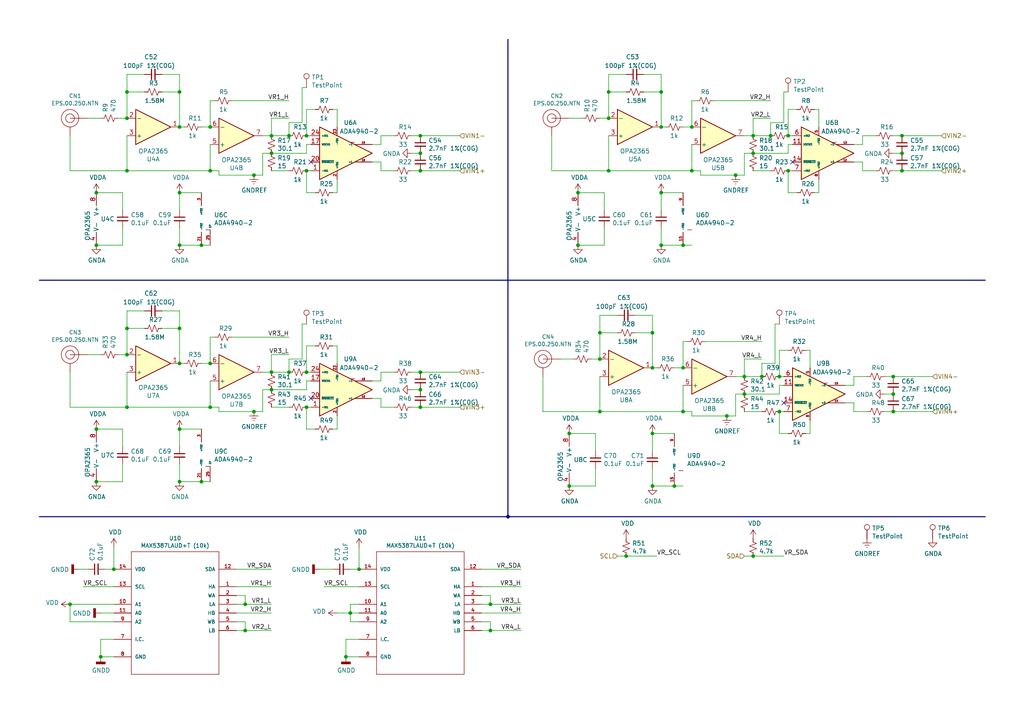
<source format=kicad_sch>
(kicad_sch (version 20211123) (generator eeschema)
  (paper "A4")
  (title_block (title "Hydrophone Frontend") (date "2019-Dec-10") (rev "3.0.1") (company "Zeabus AUV Team") (comment 1 "Faculty of Engineering, Kasetsart University") (comment 2 "by Akrapong Patchararungruang"))
  (junction (at 60.96 49.53))
  (junction (at 142.24 182.88))
  (junction (at 78.74 44.45))
  (junction (at 71.12 175.26))
  (junction (at 210.82 120.65))
  (junction (at 228.6 49.53))
  (junction (at 189.23 106.68))
  (junction (at 147.32 149.86))
  (junction (at 261.62 49.53))
  (junction (at 121.92 49.53))
  (junction (at 27.94 139.7))
  (junction (at 195.58 140.97))
  (junction (at 60.96 118.11))
  (junction (at 27.94 55.88))
  (junction (at 78.74 113.03))
  (junction (at 36.83 49.53))
  (junction (at 60.96 36.83))
  (junction (at 218.44 161.29))
  (junction (at 142.24 175.26))
  (junction (at 36.83 34.29))
  (junction (at 121.92 113.03))
  (junction (at 83.82 107.95))
  (junction (at 52.07 71.12))
  (junction (at 33.02 165.1))
  (junction (at 173.99 96.52))
  (junction (at 173.99 119.38))
  (junction (at 101.6 177.8))
  (junction (at 73.66 119.38))
  (junction (at 215.9 114.3))
  (junction (at 165.1 125.73))
  (junction (at 198.12 71.12))
  (junction (at 27.94 71.12))
  (junction (at 36.83 118.11))
  (junction (at 29.21 190.5))
  (junction (at 36.83 95.25))
  (junction (at 78.74 39.37))
  (junction (at 226.06 119.38))
  (junction (at 259.08 119.38))
  (junction (at 215.9 109.22))
  (junction (at 58.42 71.12))
  (junction (at 121.92 44.45))
  (junction (at 200.66 49.53))
  (junction (at 189.23 96.52))
  (junction (at 220.98 109.22))
  (junction (at 121.92 118.11))
  (junction (at 213.36 50.8))
  (junction (at 176.53 49.53))
  (junction (at 52.07 139.7))
  (junction (at 52.07 105.41))
  (junction (at 88.9 49.53))
  (junction (at 200.66 36.83))
  (junction (at 167.64 71.12))
  (junction (at 191.77 36.83))
  (junction (at 71.12 182.88))
  (junction (at 191.77 26.67))
  (junction (at 52.07 55.88))
  (junction (at 100.33 190.5))
  (junction (at 27.94 124.46))
  (junction (at 191.77 71.12))
  (junction (at 83.82 39.37))
  (junction (at 165.1 140.97))
  (junction (at 181.61 161.29))
  (junction (at 198.12 119.38))
  (junction (at 226.06 109.22))
  (junction (at 198.12 106.68))
  (junction (at 36.83 102.87))
  (junction (at 191.77 55.88))
  (junction (at 259.08 109.22))
  (junction (at 261.62 39.37))
  (junction (at 121.92 107.95))
  (junction (at 223.52 39.37))
  (junction (at 36.83 26.67))
  (junction (at 88.9 118.11))
  (junction (at 167.64 55.88))
  (junction (at 104.14 165.1))
  (junction (at 52.07 124.46))
  (junction (at 189.23 125.73))
  (junction (at 52.07 36.83))
  (junction (at 121.92 39.37))
  (junction (at 52.07 95.25))
  (junction (at 261.62 44.45))
  (junction (at 259.08 114.3))
  (junction (at 218.44 44.45))
  (junction (at 60.96 105.41))
  (junction (at 173.99 104.14))
  (junction (at 218.44 39.37))
  (junction (at 73.66 50.8))
  (junction (at 20.32 175.26))
  (junction (at 88.9 39.37))
  (junction (at 176.53 34.29))
  (junction (at 52.07 26.67))
  (junction (at 228.6 39.37))
  (junction (at 176.53 26.67))
  (junction (at 58.42 139.7))
  (junction (at 189.23 140.97))
  (junction (at 78.74 107.95))
  (junction (at 88.9 107.95))
  (no_connect (at 227.33 116.84))
  (no_connect (at 229.87 46.99))
  (no_connect (at 90.17 46.99))
  (no_connect (at 90.17 115.57))
  (wire (pts (xy 29.21 185.42) (xy 33.02 185.42)))
  (wire (pts (xy 191.77 36.83) (xy 193.04 36.83)))
  (wire (pts (xy 213.36 114.3) (xy 213.36 120.65)))
  (wire (pts (xy 63.5 118.11) (xy 63.5 119.38)))
  (wire (pts (xy 71.12 175.26) (xy 78.74 175.26)))
  (wire (pts (xy 172.72 125.73) (xy 165.1 125.73)))
  (wire (pts (xy 52.07 129.54) (xy 52.07 124.46)))
  (wire (pts (xy 110.49 39.37) (xy 114.3 39.37)))
  (bus (pts (xy 11.43 149.86) (xy 147.32 149.86)))
  (wire (pts (xy 121.92 113.03) (xy 119.38 113.03)))
  (wire (pts (xy 104.14 170.18) (xy 93.98 170.18)))
  (wire (pts (xy 179.07 96.52) (xy 173.99 96.52)))
  (wire (pts (xy 228.6 55.88) (xy 231.14 55.88)))
  (wire (pts (xy 198.12 119.38) (xy 200.66 119.38)))
  (wire (pts (xy 142.24 182.88) (xy 151.13 182.88)))
  (wire (pts (xy 198.12 140.97) (xy 195.58 140.97)))
  (wire (pts (xy 165.1 140.97) (xy 172.72 140.97)))
  (wire (pts (xy 157.48 109.22) (xy 157.48 119.38)))
  (wire (pts (xy 35.56 124.46) (xy 35.56 129.54)))
  (wire (pts (xy 229.87 41.91) (xy 228.6 41.91)))
  (wire (pts (xy 88.9 113.03) (xy 78.74 113.03)))
  (wire (pts (xy 133.35 118.11) (xy 121.92 118.11)))
  (wire (pts (xy 173.99 34.29) (xy 176.53 34.29)))
  (wire (pts (xy 27.94 139.7) (xy 35.56 139.7)))
  (wire (pts (xy 52.07 55.88) (xy 58.42 55.88)))
  (wire (pts (xy 20.32 107.95) (xy 20.32 118.11)))
  (wire (pts (xy 250.19 41.91) (xy 250.19 39.37)))
  (wire (pts (xy 36.83 95.25) (xy 36.83 90.17)))
  (wire (pts (xy 259.08 39.37) (xy 261.62 39.37)))
  (wire (pts (xy 220.98 109.22) (xy 215.9 109.22)))
  (wire (pts (xy 100.33 190.5) (xy 104.14 190.5)))
  (wire (pts (xy 36.83 39.37) (xy 36.83 49.53)))
  (wire (pts (xy 218.44 39.37) (xy 215.9 39.37)))
  (wire (pts (xy 101.6 177.8) (xy 101.6 180.34)))
  (wire (pts (xy 60.96 71.12) (xy 58.42 71.12)))
  (wire (pts (xy 139.7 182.88) (xy 142.24 182.88)))
  (wire (pts (xy 90.17 41.91) (xy 88.9 41.91)))
  (wire (pts (xy 78.74 44.45) (xy 76.2 44.45)))
  (wire (pts (xy 173.99 91.44) (xy 179.07 91.44)))
  (wire (pts (xy 104.14 158.75) (xy 104.14 165.1)))
  (wire (pts (xy 88.9 107.95) (xy 90.17 107.95)))
  (wire (pts (xy 223.52 35.56) (xy 227.33 35.56)))
  (wire (pts (xy 139.7 175.26) (xy 142.24 175.26)))
  (wire (pts (xy 52.07 36.83) (xy 53.34 36.83)))
  (wire (pts (xy 96.52 124.46) (xy 97.79 124.46)))
  (wire (pts (xy 78.74 107.95) (xy 78.74 102.87)))
  (wire (pts (xy 101.6 180.34) (xy 104.14 180.34)))
  (wire (pts (xy 139.7 170.18) (xy 151.13 170.18)))
  (wire (pts (xy 97.79 124.46) (xy 97.79 120.65)))
  (wire (pts (xy 33.02 175.26) (xy 20.32 175.26)))
  (wire (pts (xy 189.23 96.52) (xy 189.23 91.44)))
  (wire (pts (xy 234.95 101.6) (xy 233.68 101.6)))
  (wire (pts (xy 228.6 49.53) (xy 228.6 55.88)))
  (wire (pts (xy 35.56 139.7) (xy 35.56 134.62)))
  (wire (pts (xy 36.83 107.95) (xy 36.83 118.11)))
  (wire (pts (xy 220.98 119.38) (xy 215.9 119.38)))
  (wire (pts (xy 189.23 135.89) (xy 189.23 140.97)))
  (wire (pts (xy 33.02 180.34) (xy 20.32 180.34)))
  (wire (pts (xy 71.12 180.34) (xy 71.12 182.88)))
  (wire (pts (xy 63.5 49.53) (xy 63.5 50.8)))
  (wire (pts (xy 259.08 114.3) (xy 256.54 114.3)))
  (wire (pts (xy 227.33 111.76) (xy 226.06 111.76)))
  (wire (pts (xy 68.58 175.26) (xy 71.12 175.26)))
  (wire (pts (xy 189.23 91.44) (xy 184.15 91.44)))
  (wire (pts (xy 228.6 31.75) (xy 231.14 31.75)))
  (wire (pts (xy 110.49 41.91) (xy 110.49 39.37)))
  (wire (pts (xy 224.79 105.41) (xy 224.79 93.98)))
  (wire (pts (xy 20.32 49.53) (xy 36.83 49.53)))
  (wire (pts (xy 176.53 39.37) (xy 176.53 49.53)))
  (wire (pts (xy 76.2 50.8) (xy 73.66 50.8)))
  (wire (pts (xy 63.5 50.8) (xy 73.66 50.8)))
  (wire (pts (xy 88.9 39.37) (xy 88.9 31.75)))
  (wire (pts (xy 189.23 130.81) (xy 189.23 125.73)))
  (wire (pts (xy 186.69 26.67) (xy 191.77 26.67)))
  (wire (pts (xy 87.63 93.98) (xy 88.9 93.98)))
  (wire (pts (xy 215.9 109.22) (xy 215.9 104.14)))
  (wire (pts (xy 71.12 172.72) (xy 71.12 175.26)))
  (wire (pts (xy 223.52 39.37) (xy 218.44 39.37)))
  (wire (pts (xy 68.58 180.34) (xy 71.12 180.34)))
  (wire (pts (xy 200.66 49.53) (xy 203.2 49.53)))
  (wire (pts (xy 46.99 26.67) (xy 52.07 26.67)))
  (wire (pts (xy 52.07 105.41) (xy 53.34 105.41)))
  (wire (pts (xy 176.53 49.53) (xy 200.66 49.53)))
  (wire (pts (xy 33.02 165.1) (xy 30.48 165.1)))
  (wire (pts (xy 189.23 96.52) (xy 189.23 106.68)))
  (wire (pts (xy 227.33 35.56) (xy 227.33 26.67)))
  (wire (pts (xy 88.9 55.88) (xy 91.44 55.88)))
  (wire (pts (xy 256.54 119.38) (xy 259.08 119.38)))
  (wire (pts (xy 29.21 190.5) (xy 29.21 185.42)))
  (wire (pts (xy 20.32 39.37) (xy 20.32 49.53)))
  (wire (pts (xy 52.07 139.7) (xy 58.42 139.7)))
  (wire (pts (xy 237.49 31.75) (xy 236.22 31.75)))
  (wire (pts (xy 198.12 36.83) (xy 200.66 36.83)))
  (wire (pts (xy 60.96 118.11) (xy 63.5 118.11)))
  (wire (pts (xy 121.92 39.37) (xy 133.35 39.37)))
  (wire (pts (xy 25.4 165.1) (xy 22.86 165.1)))
  (wire (pts (xy 251.46 119.38) (xy 247.65 119.38)))
  (wire (pts (xy 36.83 21.59) (xy 41.91 21.59)))
  (wire (pts (xy 220.98 105.41) (xy 224.79 105.41)))
  (wire (pts (xy 184.15 96.52) (xy 189.23 96.52)))
  (wire (pts (xy 41.91 95.25) (xy 36.83 95.25)))
  (wire (pts (xy 218.44 39.37) (xy 218.44 34.29)))
  (wire (pts (xy 247.65 41.91) (xy 250.19 41.91)))
  (wire (pts (xy 60.96 29.21) (xy 62.23 29.21)))
  (wire (pts (xy 52.07 95.25) (xy 52.07 90.17)))
  (wire (pts (xy 229.87 49.53) (xy 228.6 49.53)))
  (wire (pts (xy 224.79 93.98) (xy 226.06 93.98)))
  (wire (pts (xy 254 49.53) (xy 250.19 49.53)))
  (wire (pts (xy 60.96 105.41) (xy 60.96 97.79)))
  (wire (pts (xy 119.38 107.95) (xy 121.92 107.95)))
  (wire (pts (xy 121.92 107.95) (xy 133.35 107.95)))
  (wire (pts (xy 36.83 90.17) (xy 41.91 90.17)))
  (wire (pts (xy 88.9 49.53) (xy 88.9 55.88)))
  (wire (pts (xy 97.79 177.8) (xy 101.6 177.8)))
  (wire (pts (xy 191.77 26.67) (xy 191.77 21.59)))
  (wire (pts (xy 78.74 102.87) (xy 83.82 102.87)))
  (wire (pts (xy 60.96 110.49) (xy 60.96 118.11)))
  (wire (pts (xy 270.51 119.38) (xy 259.08 119.38)))
  (wire (pts (xy 20.32 180.34) (xy 20.32 175.26)))
  (wire (pts (xy 68.58 177.8) (xy 78.74 177.8)))
  (wire (pts (xy 226.06 125.73) (xy 228.6 125.73)))
  (wire (pts (xy 114.3 118.11) (xy 110.49 118.11)))
  (wire (pts (xy 96.52 55.88) (xy 97.79 55.88)))
  (wire (pts (xy 29.21 34.29) (xy 25.4 34.29)))
  (wire (pts (xy 58.42 36.83) (xy 60.96 36.83)))
  (wire (pts (xy 107.95 110.49) (xy 110.49 110.49)))
  (wire (pts (xy 191.77 55.88) (xy 198.12 55.88)))
  (wire (pts (xy 207.01 29.21) (xy 223.52 29.21)))
  (wire (pts (xy 237.49 55.88) (xy 237.49 52.07)))
  (wire (pts (xy 83.82 39.37) (xy 78.74 39.37)))
  (wire (pts (xy 58.42 105.41) (xy 60.96 105.41)))
  (wire (pts (xy 110.49 46.99) (xy 107.95 46.99)))
  (wire (pts (xy 215.9 104.14) (xy 220.98 104.14)))
  (wire (pts (xy 104.14 165.1) (xy 101.6 165.1)))
  (wire (pts (xy 97.79 105.41) (xy 97.79 100.33)))
  (wire (pts (xy 88.9 31.75) (xy 91.44 31.75)))
  (wire (pts (xy 110.49 49.53) (xy 110.49 46.99)))
  (wire (pts (xy 198.12 99.06) (xy 199.39 99.06)))
  (wire (pts (xy 250.19 46.99) (xy 247.65 46.99)))
  (wire (pts (xy 139.7 180.34) (xy 142.24 180.34)))
  (wire (pts (xy 247.65 116.84) (xy 245.11 116.84)))
  (wire (pts (xy 88.9 124.46) (xy 91.44 124.46)))
  (wire (pts (xy 175.26 55.88) (xy 175.26 60.96)))
  (wire (pts (xy 133.35 49.53) (xy 121.92 49.53)))
  (wire (pts (xy 83.82 35.56) (xy 87.63 35.56)))
  (wire (pts (xy 227.33 119.38) (xy 226.06 119.38)))
  (wire (pts (xy 88.9 118.11) (xy 88.9 124.46)))
  (wire (pts (xy 215.9 161.29) (xy 218.44 161.29)))
  (wire (pts (xy 191.77 21.59) (xy 186.69 21.59)))
  (wire (pts (xy 83.82 107.95) (xy 83.82 104.14)))
  (wire (pts (xy 83.82 104.14) (xy 87.63 104.14)))
  (wire (pts (xy 198.12 106.68) (xy 198.12 99.06)))
  (wire (pts (xy 173.99 109.22) (xy 173.99 119.38)))
  (wire (pts (xy 213.36 120.65) (xy 210.82 120.65)))
  (wire (pts (xy 226.06 111.76) (xy 226.06 114.3)))
  (wire (pts (xy 104.14 175.26) (xy 101.6 175.26)))
  (wire (pts (xy 97.79 55.88) (xy 97.79 52.07)))
  (wire (pts (xy 227.33 26.67) (xy 228.6 26.67)))
  (wire (pts (xy 172.72 140.97) (xy 172.72 135.89)))
  (wire (pts (xy 189.23 106.68) (xy 190.5 106.68)))
  (wire (pts (xy 166.37 104.14) (xy 162.56 104.14)))
  (wire (pts (xy 88.9 110.49) (xy 88.9 113.03)))
  (wire (pts (xy 78.74 107.95) (xy 76.2 107.95)))
  (wire (pts (xy 110.49 115.57) (xy 107.95 115.57)))
  (wire (pts (xy 250.19 39.37) (xy 254 39.37)))
  (wire (pts (xy 167.64 55.88) (xy 175.26 55.88)))
  (wire (pts (xy 76.2 44.45) (xy 76.2 50.8)))
  (wire (pts (xy 226.06 109.22) (xy 226.06 101.6)))
  (wire (pts (xy 261.62 44.45) (xy 259.08 44.45)))
  (wire (pts (xy 29.21 102.87) (xy 25.4 102.87)))
  (wire (pts (xy 176.53 21.59) (xy 181.61 21.59)))
  (wire (pts (xy 34.29 34.29) (xy 36.83 34.29)))
  (wire (pts (xy 160.02 39.37) (xy 160.02 49.53)))
  (wire (pts (xy 139.7 165.1) (xy 151.13 165.1)))
  (wire (pts (xy 176.53 34.29) (xy 176.53 26.67)))
  (wire (pts (xy 228.6 39.37) (xy 228.6 31.75)))
  (wire (pts (xy 226.06 109.22) (xy 227.33 109.22)))
  (wire (pts (xy 52.07 71.12) (xy 58.42 71.12)))
  (wire (pts (xy 204.47 99.06) (xy 220.98 99.06)))
  (wire (pts (xy 63.5 119.38) (xy 73.66 119.38)))
  (wire (pts (xy 220.98 109.22) (xy 220.98 105.41)))
  (wire (pts (xy 110.49 110.49) (xy 110.49 107.95)))
  (wire (pts (xy 223.52 39.37) (xy 223.52 35.56)))
  (wire (pts (xy 261.62 39.37) (xy 273.05 39.37)))
  (bus (pts (xy 147.32 11.43) (xy 147.32 149.86)))
  (wire (pts (xy 68.58 172.72) (xy 71.12 172.72)))
  (wire (pts (xy 68.58 182.88) (xy 71.12 182.88)))
  (wire (pts (xy 259.08 109.22) (xy 270.51 109.22)))
  (wire (pts (xy 104.14 185.42) (xy 100.33 185.42)))
  (wire (pts (xy 191.77 26.67) (xy 191.77 36.83)))
  (bus (pts (xy 147.32 149.86) (xy 285.75 149.86)))
  (wire (pts (xy 160.02 49.53) (xy 176.53 49.53)))
  (wire (pts (xy 233.68 125.73) (xy 234.95 125.73)))
  (wire (pts (xy 87.63 25.4) (xy 88.9 25.4)))
  (wire (pts (xy 90.17 110.49) (xy 88.9 110.49)))
  (wire (pts (xy 52.07 21.59) (xy 46.99 21.59)))
  (wire (pts (xy 189.23 125.73) (xy 195.58 125.73)))
  (wire (pts (xy 139.7 172.72) (xy 142.24 172.72)))
  (wire (pts (xy 60.96 97.79) (xy 62.23 97.79)))
  (wire (pts (xy 259.08 49.53) (xy 261.62 49.53)))
  (wire (pts (xy 36.83 49.53) (xy 60.96 49.53)))
  (wire (pts (xy 142.24 175.26) (xy 151.13 175.26)))
  (wire (pts (xy 234.95 106.68) (xy 234.95 101.6)))
  (wire (pts (xy 228.6 39.37) (xy 229.87 39.37)))
  (wire (pts (xy 203.2 49.53) (xy 203.2 50.8)))
  (wire (pts (xy 191.77 60.96) (xy 191.77 55.88)))
  (wire (pts (xy 35.56 55.88) (xy 35.56 60.96)))
  (wire (pts (xy 175.26 71.12) (xy 175.26 66.04)))
  (wire (pts (xy 36.83 102.87) (xy 36.83 95.25)))
  (wire (pts (xy 100.33 185.42) (xy 100.33 190.5)))
  (wire (pts (xy 97.79 36.83) (xy 97.79 31.75)))
  (wire (pts (xy 245.11 111.76) (xy 247.65 111.76)))
  (wire (pts (xy 218.44 161.29) (xy 227.33 161.29)))
  (wire (pts (xy 234.95 125.73) (xy 234.95 121.92)))
  (wire (pts (xy 195.58 106.68) (xy 198.12 106.68)))
  (wire (pts (xy 191.77 66.04) (xy 191.77 71.12)))
  (wire (pts (xy 52.07 134.62) (xy 52.07 139.7)))
  (wire (pts (xy 223.52 49.53) (xy 218.44 49.53)))
  (wire (pts (xy 96.52 165.1) (xy 92.71 165.1)))
  (wire (pts (xy 71.12 182.88) (xy 78.74 182.88)))
  (wire (pts (xy 90.17 118.11) (xy 88.9 118.11)))
  (wire (pts (xy 68.58 170.18) (xy 78.74 170.18)))
  (wire (pts (xy 173.99 96.52) (xy 173.99 91.44)))
  (wire (pts (xy 88.9 41.91) (xy 88.9 44.45)))
  (wire (pts (xy 27.94 124.46) (xy 35.56 124.46)))
  (wire (pts (xy 236.22 55.88) (xy 237.49 55.88)))
  (wire (pts (xy 200.66 36.83) (xy 200.66 29.21)))
  (wire (pts (xy 139.7 177.8) (xy 151.13 177.8)))
  (wire (pts (xy 215.9 44.45) (xy 215.9 50.8)))
  (wire (pts (xy 60.96 49.53) (xy 63.5 49.53)))
  (wire (pts (xy 226.06 119.38) (xy 226.06 125.73)))
  (wire (pts (xy 121.92 44.45) (xy 119.38 44.45)))
  (wire (pts (xy 52.07 26.67) (xy 52.07 36.83)))
  (wire (pts (xy 247.65 109.22) (xy 251.46 109.22)))
  (wire (pts (xy 218.44 34.29) (xy 223.52 34.29)))
  (wire (pts (xy 200.66 120.65) (xy 210.82 120.65)))
  (wire (pts (xy 52.07 66.04) (xy 52.07 71.12)))
  (wire (pts (xy 52.07 90.17) (xy 46.99 90.17)))
  (wire (pts (xy 52.07 95.25) (xy 52.07 105.41)))
  (wire (pts (xy 173.99 119.38) (xy 198.12 119.38)))
  (wire (pts (xy 78.74 39.37) (xy 76.2 39.37)))
  (wire (pts (xy 36.83 34.29) (xy 36.83 26.67)))
  (wire (pts (xy 34.29 102.87) (xy 36.83 102.87)))
  (wire (pts (xy 157.48 119.38) (xy 173.99 119.38)))
  (wire (pts (xy 68.58 165.1) (xy 78.74 165.1)))
  (wire (pts (xy 200.66 119.38) (xy 200.66 120.65)))
  (wire (pts (xy 52.07 26.67) (xy 52.07 21.59)))
  (wire (pts (xy 78.74 39.37) (xy 78.74 34.29)))
  (wire (pts (xy 179.07 161.29) (xy 181.61 161.29)))
  (wire (pts (xy 107.95 41.91) (xy 110.49 41.91)))
  (wire (pts (xy 60.96 139.7) (xy 58.42 139.7)))
  (wire (pts (xy 200.66 41.91) (xy 200.66 49.53)))
  (wire (pts (xy 200.66 29.21) (xy 201.93 29.21)))
  (wire (pts (xy 97.79 31.75) (xy 96.52 31.75)))
  (wire (pts (xy 191.77 71.12) (xy 198.12 71.12)))
  (wire (pts (xy 168.91 34.29) (xy 165.1 34.29)))
  (wire (pts (xy 67.31 97.79) (xy 83.82 97.79)))
  (wire (pts (xy 29.21 190.5) (xy 33.02 190.5)))
  (wire (pts (xy 119.38 49.53) (xy 121.92 49.53)))
  (wire (pts (xy 176.53 26.67) (xy 176.53 21.59)))
  (wire (pts (xy 33.02 177.8) (xy 29.21 177.8)))
  (wire (pts (xy 203.2 50.8) (xy 213.36 50.8)))
  (wire (pts (xy 52.07 124.46) (xy 58.42 124.46)))
  (wire (pts (xy 256.54 109.22) (xy 259.08 109.22)))
  (wire (pts (xy 33.02 165.1) (xy 33.02 158.75)))
  (wire (pts (xy 35.56 71.12) (xy 35.56 66.04)))
  (wire (pts (xy 87.63 35.56) (xy 87.63 25.4)))
  (wire (pts (xy 67.31 29.21) (xy 83.82 29.21)))
  (wire (pts (xy 78.74 34.29) (xy 83.82 34.29)))
  (wire (pts (xy 171.45 104.14) (xy 173.99 104.14)))
  (wire (pts (xy 119.38 118.11) (xy 121.92 118.11)))
  (wire (pts (xy 110.49 118.11) (xy 110.49 115.57)))
  (wire (pts (xy 173.99 104.14) (xy 173.99 96.52)))
  (wire (pts (xy 97.79 100.33) (xy 96.52 100.33)))
  (wire (pts (xy 27.94 55.88) (xy 35.56 55.88)))
  (wire (pts (xy 215.9 109.22) (xy 213.36 109.22)))
  (wire (pts (xy 215.9 50.8) (xy 213.36 50.8)))
  (wire (pts (xy 273.05 49.53) (xy 261.62 49.53)))
  (wire (pts (xy 83.82 49.53) (xy 78.74 49.53)))
  (wire (pts (xy 172.72 125.73) (xy 172.72 130.81)))
  (wire (pts (xy 20.32 118.11) (xy 36.83 118.11)))
  (wire (pts (xy 36.83 118.11) (xy 60.96 118.11)))
  (wire (pts (xy 228.6 44.45) (xy 218.44 44.45)))
  (wire (pts (xy 104.14 177.8) (xy 101.6 177.8)))
  (wire (pts (xy 78.74 113.03) (xy 76.2 113.03)))
  (bus (pts (xy 11.43 81.28) (xy 285.75 81.28)))
  (wire (pts (xy 228.6 41.91) (xy 228.6 44.45)))
  (wire (pts (xy 60.96 36.83) (xy 60.96 29.21)))
  (wire (pts (xy 226.06 101.6) (xy 228.6 101.6)))
  (wire (pts (xy 142.24 180.34) (xy 142.24 182.88)))
  (wire (pts (xy 119.38 39.37) (xy 121.92 39.37)))
  (wire (pts (xy 237.49 36.83) (xy 237.49 31.75)))
  (wire (pts (xy 33.02 170.18) (xy 24.13 170.18)))
  (wire (pts (xy 247.65 119.38) (xy 247.65 116.84)))
  (wire (pts (xy 76.2 113.03) (xy 76.2 119.38)))
  (wire (pts (xy 181.61 161.29) (xy 190.5 161.29)))
  (wire (pts (xy 189.23 140.97) (xy 195.58 140.97)))
  (wire (pts (xy 88.9 100.33) (xy 91.44 100.33)))
  (wire (pts (xy 83.82 39.37) (xy 83.82 35.56)))
  (wire (pts (xy 247.65 111.76) (xy 247.65 109.22)))
  (wire (pts (xy 52.07 60.96) (xy 52.07 55.88)))
  (wire (pts (xy 142.24 172.72) (xy 142.24 175.26)))
  (wire (pts (xy 46.99 95.25) (xy 52.07 95.25)))
  (wire (pts (xy 215.9 114.3) (xy 213.36 114.3)))
  (wire (pts (xy 250.19 49.53) (xy 250.19 46.99)))
  (wire (pts (xy 76.2 119.38) (xy 73.66 119.38)))
  (wire (pts (xy 88.9 44.45) (xy 78.74 44.45)))
  (wire (pts (xy 181.61 26.67) (xy 176.53 26.67)))
  (wire (pts (xy 90.17 49.53) (xy 88.9 49.53)))
  (wire (pts (xy 60.96 41.91) (xy 60.96 49.53)))
  (wire (pts (xy 88.9 39.37) (xy 90.17 39.37)))
  (wire (pts (xy 114.3 49.53) (xy 110.49 49.53)))
  (wire (pts (xy 167.64 71.12) (xy 175.26 71.12)))
  (wire (pts (xy 41.91 26.67) (xy 36.83 26.67)))
  (wire (pts (xy 83.82 107.95) (xy 78.74 107.95)))
  (wire (pts (xy 87.63 104.14) (xy 87.63 93.98)))
  (wire (pts (xy 101.6 175.26) (xy 101.6 177.8)))
  (wire (pts (xy 83.82 118.11) (xy 78.74 118.11)))
  (wire (pts (xy 218.44 44.45) (xy 215.9 44.45)))
  (wire (pts (xy 36.83 26.67) (xy 36.83 21.59)))
  (wire (pts (xy 27.94 71.12) (xy 35.56 71.12)))
  (wire (pts (xy 200.66 71.12) (xy 198.12 71.12)))
  (wire (pts (xy 88.9 107.95) (xy 88.9 100.33)))
  (wire (pts (xy 226.06 114.3) (xy 215.9 114.3)))
  (wire (pts (xy 110.49 107.95) (xy 114.3 107.95)))
  (wire (pts (xy 198.12 111.76) (xy 198.12 119.38)))
  (label "VR1_L" (at 78.74 175.26 180))
  (label "VR1_H" (at 83.82 29.21 180))
  (label "VR_SCL" (at 93.98 170.18 0))
  (label "VR1_L" (at 83.82 34.29 180))
  (label "VR_SDA" (at 78.74 165.1 180))
  (label "VR2_L" (at 223.52 34.29 180))
  (label "VR_SDA" (at 151.13 165.1 180))
  (label "VR3_L" (at 151.13 175.26 180))
  (label "VR2_L" (at 78.74 182.88 180))
  (label "VR1_H" (at 78.74 170.18 180))
  (label "VR4_L" (at 151.13 182.88 180))
  (label "VR2_H" (at 223.52 29.21 180))
  (label "VR_SCL" (at 190.5 161.29 0))
  (label "VR2_H" (at 78.74 177.8 180))
  (label "VR_SDA" (at 227.33 161.29 0))
  (label "VR4_L" (at 220.98 104.14 180))
  (label "VR3_H" (at 83.82 97.79 180))
  (label "VR4_H" (at 220.98 99.06 180))
  (label "VR4_H" (at 151.13 177.8 180))
  (label "VR3_H" (at 151.13 170.18 180))
  (label "VR3_L" (at 83.82 102.87 180))
  (label "VR_SCL" (at 24.13 170.18 0))
  (hierarchical_label "VIN1+" (shape input) (at 133.35 49.53 0))
  (hierarchical_label "VIN2-" (shape input) (at 273.05 39.37 0))
  (hierarchical_label "VIN3-" (shape input) (at 133.35 107.95 0))
  (hierarchical_label "VIN4+" (shape input) (at 270.51 119.38 0))
  (hierarchical_label "VIN1-" (shape input) (at 133.35 39.37 0))
  (hierarchical_label "VIN4-" (shape input) (at 270.51 109.22 0))
  (hierarchical_label "VIN2+" (shape input) (at 273.05 49.53 0))
  (hierarchical_label "SDA" (shape input) (at 215.9 161.29 180))
  (hierarchical_label "VIN3+" (shape input) (at 133.35 118.11 0))
  (hierarchical_label "SCL" (shape input) (at 179.07 161.29 180))
  (symbol (lib_id "Amplifier_Difference:ADA4940-2") (at 97.79 44.45 0) (mirror x) (unit 1)
    (property "Reference" "U6" (at 101.6 35.56 0))
    (property "Value" "ADA4940-2" (at 104.14 38.1 0))
    (property "Footprint" "Package_CSP:LFCSP-24-1EP_4x4mm_P0.5mm_EP2.5x2.5mm" (effects hide))
    (property "Datasheet" "https://www.analog.com/media/en/technical-documentation/data-sheets/ADA4940-1_4940-2.pdf" (effects hide))
  )
  (symbol (lib_id "Amplifier_Operational:OPA2356xxD") (at 44.45 36.83 0) (mirror x) (unit 1)
    (property "Reference" "U4" (at 44.45 46.1518 0))
    (property "Value" "OPA2365" (at 44.45 43.8404 0))
    (property "Footprint" "Package_SO:SOIC-8_3.9x4.9mm_P1.27mm" (effects hide))
    (property "Datasheet" "http://www.ti.com/lit/ds/symlink/opa2356.pdf" (effects hide))
  )
  (symbol (lib_id "Amplifier_Operational:OPA2356xxD") (at 68.58 39.37 0) (mirror x) (unit 2)
    (property "Reference" "U4" (at 68.58 48.6918 0))
    (property "Value" "OPA2365" (at 68.58 46.3804 0))
    (property "Footprint" "Package_SO:SOIC-8_3.9x4.9mm_P1.27mm" (effects hide))
    (property "Datasheet" "http://www.ti.com/lit/ds/symlink/opa2356.pdf" (effects hide))
  )
  (symbol (lib_id "Amplifier_Operational:OPA2356xxD") (at 30.48 63.5 0) (unit 3)
    (property "Reference" "U4" (at 29.21 63.5 0) (effects (justify left)))
    (property "Value" "OPA2365" (at 25.4 69.85 90) (effects (justify left)))
    (property "Footprint" "Package_SO:SOIC-8_3.9x4.9mm_P1.27mm" (effects hide))
    (property "Datasheet" "http://www.ti.com/lit/ds/symlink/opa2356.pdf" (effects hide))
  )
  (symbol (lib_id "Amplifier_Difference:ADA4940-2") (at 55.88 63.5 0) (unit 3)
    (property "Reference" "U6" (at 62.0776 62.3316 0) (effects (justify left)))
    (property "Value" "ADA4940-2" (at 62.0776 64.643 0) (effects (justify left)))
    (property "Footprint" "Package_CSP:LFCSP-24-1EP_4x4mm_P0.5mm_EP2.5x2.5mm" (effects hide))
    (property "Datasheet" "https://www.analog.com/media/en/technical-documentation/data-sheets/ADA4940-1_4940-2.pdf" (effects hide))
  )
  (symbol (lib_id "Device:C_Small") (at 35.56 63.5 0) (unit 1)
    (property "Reference" "C58" (at 37.8968 62.3316 0) (effects (justify left)))
    (property "Value" "0.1uF" (at 37.8968 64.643 0) (effects (justify left)))
    (property "Footprint" "Capacitor_SMD:C_0603_1608Metric_Pad1.05x0.95mm_HandSolder" (effects hide))
  )
  (symbol (lib_id "Device:C_Small") (at 44.45 21.59 90) (unit 1)
    (property "Reference" "C52" (at 45.72 16.51 90) (effects (justify left)))
    (property "Value" "100pF 1%(C0G)" (at 50.8 19.05 90) (effects (justify left)))
    (property "Footprint" "Capacitor_SMD:C_0603_1608Metric_Pad1.05x0.95mm_HandSolder" (effects hide))
  )
  (symbol (lib_id "Device:R_Small_US") (at 31.75 34.29 90) (unit 1)
    (property "Reference" "R9" (at 30.5816 32.5628 0) (effects (justify left)))
    (property "Value" "470" (at 32.893 32.5628 0) (effects (justify left)))
    (property "Footprint" "Resistor_SMD:R_0603_1608Metric_Pad1.05x0.95mm_HandSolder" (effects hide))
  )
  (symbol (lib_id "Device:R_Small_US") (at 44.45 26.67 270) (unit 1)
    (property "Reference" "R3" (at 43.18 24.13 90) (effects (justify left)))
    (property "Value" "1.58M" (at 41.91 29.21 90) (effects (justify left)))
    (property "Footprint" "Resistor_SMD:R_0603_1608Metric_Pad1.05x0.95mm_HandSolder" (effects hide))
  )
  (symbol (lib_id "Device:C_Small") (at 52.07 63.5 0) (mirror y) (unit 1)
    (property "Reference" "C59" (at 49.7332 62.3316 0) (effects (justify left)))
    (property "Value" "0.1uF" (at 49.7332 64.643 0) (effects (justify left)))
    (property "Footprint" "Capacitor_SMD:C_0603_1608Metric_Pad1.05x0.95mm_HandSolder" (effects hide))
  )
  (symbol (lib_id "Device:C_Small") (at 121.92 41.91 0) (unit 1)
    (property "Reference" "C54" (at 124.2568 40.7416 0) (effects (justify left)))
    (property "Value" "2.7nF 1%(C0G)" (at 124.2568 43.053 0) (effects (justify left)))
    (property "Footprint" "Capacitor_SMD:C_0603_1608Metric_Pad1.05x0.95mm_HandSolder" (effects hide))
  )
  (symbol (lib_id "Device:C_Small") (at 121.92 46.99 0) (unit 1)
    (property "Reference" "C56" (at 124.2568 45.8216 0) (effects (justify left)))
    (property "Value" "2.7nF 1%(C0G)" (at 124.2568 48.133 0) (effects (justify left)))
    (property "Footprint" "Capacitor_SMD:C_0603_1608Metric_Pad1.05x0.95mm_HandSolder" (effects hide))
  )
  (symbol (lib_id "Device:R_Small_US") (at 55.88 36.83 270) (unit 1)
    (property "Reference" "R11" (at 54.61 34.29 90) (effects (justify left)))
    (property "Value" "1k" (at 54.61 39.37 90) (effects (justify left)))
    (property "Footprint" "Resistor_SMD:R_0603_1608Metric_Pad1.05x0.95mm_HandSolder" (effects hide))
  )
  (symbol (lib_id "zeabus:EPS.00.250.NTN") (at 20.32 34.29 0) (unit 1)
    (property "Reference" "CN1" (at 21.7932 27.8384 0) (effects (font (size 1.143 1.143))))
    (property "Value" "EPS.00.250.NTN" (at 21.7932 29.972 0) (effects (font (size 1.143 1.143))))
    (property "Footprint" "zeabus:EPS-00-250" (effects hide))
  )
  (symbol (lib_id "Device:R_Small_US") (at 78.74 41.91 0) (unit 1)
    (property "Reference" "R17" (at 80.4672 40.7416 0) (effects (justify left)))
    (property "Value" "30.1" (at 80.4672 43.053 0) (effects (justify left)))
    (property "Footprint" "Resistor_SMD:R_0603_1608Metric_Pad1.05x0.95mm_HandSolder" (effects hide))
  )
  (symbol (lib_id "Device:R_Small_US") (at 78.74 46.99 0) (unit 1)
    (property "Reference" "R19" (at 80.4672 45.8216 0) (effects (justify left)))
    (property "Value" "15" (at 80.4672 48.133 0) (effects (justify left)))
    (property "Footprint" "Resistor_SMD:R_0603_1608Metric_Pad1.05x0.95mm_HandSolder" (effects hide))
  )
  (symbol (lib_id "Device:R_Small_US") (at 64.77 29.21 270) (unit 1)
    (property "Reference" "R5" (at 63.5 26.67 90) (effects (justify left)))
    (property "Value" "1k" (at 63.5 31.75 90) (effects (justify left)))
    (property "Footprint" "Resistor_SMD:R_0603_1608Metric_Pad1.05x0.95mm_HandSolder" (effects hide))
  )
  (symbol (lib_id "Device:R_Small_US") (at 86.36 39.37 270) (unit 1)
    (property "Reference" "R13" (at 85.09 36.83 90) (effects (justify left)))
    (property "Value" "1k" (at 85.09 41.91 90) (effects (justify left)))
    (property "Footprint" "Resistor_SMD:R_0603_1608Metric_Pad1.05x0.95mm_HandSolder" (effects hide))
  )
  (symbol (lib_id "Device:R_Small_US") (at 93.98 31.75 270) (unit 1)
    (property "Reference" "R7" (at 92.71 29.21 90) (effects (justify left)))
    (property "Value" "1k" (at 92.71 34.29 90) (effects (justify left)))
    (property "Footprint" "Resistor_SMD:R_0603_1608Metric_Pad1.05x0.95mm_HandSolder" (effects hide))
  )
  (symbol (lib_id "Device:R_Small_US") (at 86.36 49.53 270) (unit 1)
    (property "Reference" "R21" (at 85.09 46.99 90) (effects (justify left)))
    (property "Value" "1k" (at 85.09 52.07 90) (effects (justify left)))
    (property "Footprint" "Resistor_SMD:R_0603_1608Metric_Pad1.05x0.95mm_HandSolder" (effects hide))
  )
  (symbol (lib_id "Device:R_Small_US") (at 93.98 55.88 270) (unit 1)
    (property "Reference" "R25" (at 92.71 53.34 90) (effects (justify left)))
    (property "Value" "1k" (at 92.71 58.42 90) (effects (justify left)))
    (property "Footprint" "Resistor_SMD:R_0603_1608Metric_Pad1.05x0.95mm_HandSolder" (effects hide))
  )
  (symbol (lib_id "Device:R_Small_US") (at 116.84 39.37 270) (unit 1)
    (property "Reference" "R14" (at 115.57 36.83 90) (effects (justify left)))
    (property "Value" "33" (at 115.57 41.91 90) (effects (justify left)))
    (property "Footprint" "Resistor_SMD:R_0603_1608Metric_Pad1.05x0.95mm_HandSolder" (effects hide))
  )
  (symbol (lib_id "Device:R_Small_US") (at 116.84 49.53 270) (unit 1)
    (property "Reference" "R22" (at 115.57 46.99 90) (effects (justify left)))
    (property "Value" "33" (at 115.57 52.07 90) (effects (justify left)))
    (property "Footprint" "Resistor_SMD:R_0603_1608Metric_Pad1.05x0.95mm_HandSolder" (effects hide))
  )
  (symbol (lib_id "power:GNDA") (at 27.94 71.12 0) (unit 1)
    (property "Reference" "#PWR046" (effects hide))
    (property "Value" "GNDA" (at 28.067 75.5142 0))
  )
  (symbol (lib_id "power:GNDA") (at 52.07 71.12 0) (unit 1)
    (property "Reference" "#PWR047" (effects hide))
    (property "Value" "GNDA" (at 52.197 75.5142 0))
  )
  (symbol (lib_id "power:GNDA") (at 119.38 44.45 270) (unit 1)
    (property "Reference" "#PWR038" (effects hide))
    (property "Value" "GNDA" (at 116.1542 44.577 90) (effects (justify right)))
  )
  (symbol (lib_id "power:VDDA") (at 27.94 55.88 0) (unit 1)
    (property "Reference" "#PWR042" (effects hide))
    (property "Value" "VDDA" (at 28.3718 51.4858 0))
  )
  (symbol (lib_id "power:VDDA") (at 52.07 55.88 0) (unit 1)
    (property "Reference" "#PWR043" (effects hide))
    (property "Value" "VDDA" (at 52.5018 51.4858 0))
  )
  (symbol (lib_id "power:GNDREF") (at 73.66 50.8 0) (unit 1)
    (property "Reference" "#PWR040" (effects hide))
    (property "Value" "GNDREF" (at 73.787 55.1942 0))
  )
  (symbol (lib_id "zeabus:MAX5387LAUD+T") (at 50.8 175.26 0) (unit 1)
    (property "Reference" "U10" (at 50.8 156.1084 0) (effects (font (size 1.143 1.143))))
    (property "Value" "MAX5387LAUD+T (10k)" (at 50.8 158.242 0) (effects (font (size 1.143 1.143))))
    (property "Footprint" "Package_SO:TSSOP-14_4.4x5mm_P0.65mm" (effects hide))
  )
  (symbol (lib_id "zeabus:MAX5387LAUD+T") (at 121.92 175.26 0) (unit 1)
    (property "Reference" "U11" (at 121.92 156.1084 0) (effects (font (size 1.143 1.143))))
    (property "Value" "MAX5387LAUD+T (10k)" (at 121.92 158.242 0) (effects (font (size 1.143 1.143))))
    (property "Footprint" "Package_SO:TSSOP-14_4.4x5mm_P0.65mm" (effects hide))
  )
  (symbol (lib_id "Device:C_Small") (at 27.94 165.1 90) (unit 1)
    (property "Reference" "C72" (at 26.7716 162.7632 0) (effects (justify left)))
    (property "Value" "0.1uF" (at 29.083 162.7632 0) (effects (justify left)))
    (property "Footprint" "Capacitor_SMD:C_0603_1608Metric_Pad1.05x0.95mm_HandSolder" (effects hide))
  )
  (symbol (lib_id "Device:C_Small") (at 99.06 165.1 90) (unit 1)
    (property "Reference" "C73" (at 97.8916 162.7632 0) (effects (justify left)))
    (property "Value" "0.1uF" (at 100.203 162.7632 0) (effects (justify left)))
    (property "Footprint" "Capacitor_SMD:C_0603_1608Metric_Pad1.05x0.95mm_HandSolder" (effects hide))
  )
  (symbol (lib_id "power:VDD") (at 104.14 158.75 0) (unit 1)
    (property "Reference" "#PWR065" (effects hide))
    (property "Value" "VDD" (at 104.5718 154.3558 0))
  )
  (symbol (lib_id "power:VDD") (at 33.02 158.75 0) (unit 1)
    (property "Reference" "#PWR064" (effects hide))
    (property "Value" "VDD" (at 33.4518 154.3558 0))
  )
  (symbol (lib_id "power:GNDD") (at 100.33 190.5 0) (unit 1)
    (property "Reference" "#PWR072" (effects hide))
    (property "Value" "GNDD" (at 100.4316 194.437 0))
  )
  (symbol (lib_id "power:GNDD") (at 92.71 165.1 270) (unit 1)
    (property "Reference" "#PWR067" (effects hide))
    (property "Value" "GNDD" (at 89.916 165.2016 90) (effects (justify right)))
  )
  (symbol (lib_id "power:GNDD") (at 22.86 165.1 270) (unit 1)
    (property "Reference" "#PWR066" (effects hide))
    (property "Value" "GNDD" (at 20.066 165.2016 90) (effects (justify right)))
  )
  (symbol (lib_id "power:GNDD") (at 29.21 190.5 0) (unit 1)
    (property "Reference" "#PWR071" (effects hide))
    (property "Value" "GNDD" (at 29.3116 194.437 0))
  )
  (symbol (lib_id "power:GNDD") (at 29.21 177.8 270) (unit 1)
    (property "Reference" "#PWR069" (effects hide))
    (property "Value" "GNDD" (at 26.416 177.9016 90) (effects (justify right)))
  )
  (symbol (lib_id "power:VDD") (at 97.79 177.8 90) (unit 1)
    (property "Reference" "#PWR070" (effects hide))
    (property "Value" "VDD" (at 94.5642 177.3428 90) (effects (justify left)))
  )
  (symbol (lib_id "power:VDD") (at 20.32 175.26 90) (unit 1)
    (property "Reference" "#PWR068" (effects hide))
    (property "Value" "VDD" (at 17.0942 174.8028 90) (effects (justify left)))
  )
  (symbol (lib_id "Connector:TestPoint") (at 88.9 93.98 0) (unit 1)
    (property "Reference" "TP3" (at 90.3732 90.9828 0) (effects (justify left)))
    (property "Value" "TestPoint" (at 90.3732 93.2942 0) (effects (justify left)))
    (property "Footprint" "Connector_PinSocket_2.54mm:PinSocket_1x01_P2.54mm_Vertical" (effects hide))
  )
  (symbol (lib_id "Connector:TestPoint") (at 88.9 25.4 0) (unit 1)
    (property "Reference" "TP1" (at 90.3732 22.4028 0) (effects (justify left)))
    (property "Value" "TestPoint" (at 90.3732 24.7142 0) (effects (justify left)))
    (property "Footprint" "Connector_PinSocket_2.54mm:PinSocket_1x01_P2.54mm_Vertical" (effects hide))
  )
  (symbol (lib_id "Connector:TestPoint") (at 228.6 26.67 0) (unit 1)
    (property "Reference" "TP2" (at 230.0732 23.6728 0) (effects (justify left)))
    (property "Value" "TestPoint" (at 230.0732 25.9842 0) (effects (justify left)))
    (property "Footprint" "Connector_PinSocket_2.54mm:PinSocket_1x01_P2.54mm_Vertical" (effects hide))
  )
  (symbol (lib_id "Connector:TestPoint") (at 226.06 93.98 0) (unit 1)
    (property "Reference" "TP4" (at 227.5332 90.9828 0) (effects (justify left)))
    (property "Value" "TestPoint" (at 227.5332 93.2942 0) (effects (justify left)))
    (property "Footprint" "Connector_PinSocket_2.54mm:PinSocket_1x01_P2.54mm_Vertical" (effects hide))
  )
  (symbol (lib_id "Connector:TestPoint") (at 251.46 156.21 0) (unit 1)
    (property "Reference" "TP5" (at 252.9332 153.2128 0) (effects (justify left)))
    (property "Value" "TestPoint" (at 252.9332 155.5242 0) (effects (justify left)))
    (property "Footprint" "Connector_PinSocket_2.54mm:PinSocket_1x01_P2.54mm_Vertical" (effects hide))
  )
  (symbol (lib_id "Connector:TestPoint") (at 270.51 156.21 0) (unit 1)
    (property "Reference" "TP6" (at 271.9832 153.2128 0) (effects (justify left)))
    (property "Value" "TestPoint" (at 271.9832 155.5242 0) (effects (justify left)))
    (property "Footprint" "Connector_PinSocket_2.54mm:PinSocket_1x01_P2.54mm_Vertical" (effects hide))
  )
  (symbol (lib_id "power:GNDA") (at 270.51 156.21 0) (unit 1)
    (property "Reference" "#PWR0101" (effects hide))
    (property "Value" "GNDA" (at 270.637 160.6042 0))
  )
  (symbol (lib_id "power:GNDREF") (at 251.46 156.21 0) (unit 1)
    (property "Reference" "#PWR0102" (effects hide))
    (property "Value" "GNDREF" (at 251.587 160.6042 0))
  )
  (symbol (lib_id "Amplifier_Operational:OPA2356xxD") (at 44.45 105.41 0) (mirror x) (unit 1)
    (property "Reference" "U7" (at 44.45 114.7318 0))
    (property "Value" "OPA2365" (at 44.45 112.4204 0))
    (property "Footprint" "Package_SO:SOIC-8_3.9x4.9mm_P1.27mm" (effects hide))
    (property "Datasheet" "http://www.ti.com/lit/ds/symlink/opa2356.pdf" (effects hide))
  )
  (symbol (lib_id "Amplifier_Operational:OPA2356xxD") (at 68.58 107.95 0) (mirror x) (unit 2)
    (property "Reference" "U7" (at 68.58 117.2718 0))
    (property "Value" "OPA2365" (at 68.58 114.9604 0))
    (property "Footprint" "Package_SO:SOIC-8_3.9x4.9mm_P1.27mm" (effects hide))
    (property "Datasheet" "http://www.ti.com/lit/ds/symlink/opa2356.pdf" (effects hide))
  )
  (symbol (lib_id "Amplifier_Difference:ADA4940-2") (at 55.88 132.08 0) (unit 3)
    (property "Reference" "U9" (at 62.0776 130.9116 0) (effects (justify left)))
    (property "Value" "ADA4940-2" (at 62.0776 133.223 0) (effects (justify left)))
    (property "Footprint" "Package_CSP:LFCSP-24-1EP_4x4mm_P0.5mm_EP2.5x2.5mm" (effects hide))
    (property "Datasheet" "https://www.analog.com/media/en/technical-documentation/data-sheets/ADA4940-1_4940-2.pdf" (effects hide))
  )
  (symbol (lib_id "Device:C_Small") (at 35.56 132.08 0) (unit 1)
    (property "Reference" "C68" (at 37.8968 130.9116 0) (effects (justify left)))
    (property "Value" "0.1uF" (at 37.8968 133.223 0) (effects (justify left)))
    (property "Footprint" "Capacitor_SMD:C_0603_1608Metric_Pad1.05x0.95mm_HandSolder" (effects hide))
  )
  (symbol (lib_id "Device:C_Small") (at 44.45 90.17 90) (unit 1)
    (property "Reference" "C62" (at 45.72 85.09 90) (effects (justify left)))
    (property "Value" "100pF 1%(C0G)" (at 50.8 87.63 90) (effects (justify left)))
    (property "Footprint" "Capacitor_SMD:C_0603_1608Metric_Pad1.05x0.95mm_HandSolder" (effects hide))
  )
  (symbol (lib_id "Device:R_Small_US") (at 31.75 102.87 90) (unit 1)
    (property "Reference" "R33" (at 30.5816 101.1428 0) (effects (justify left)))
    (property "Value" "470" (at 32.893 101.1428 0) (effects (justify left)))
    (property "Footprint" "Resistor_SMD:R_0603_1608Metric_Pad1.05x0.95mm_HandSolder" (effects hide))
  )
  (symbol (lib_id "Device:R_Small_US") (at 44.45 95.25 270) (unit 1)
    (property "Reference" "R27" (at 43.18 92.71 90) (effects (justify left)))
    (property "Value" "1.58M" (at 41.91 97.79 90) (effects (justify left)))
    (property "Footprint" "Resistor_SMD:R_0603_1608Metric_Pad1.05x0.95mm_HandSolder" (effects hide))
  )
  (symbol (lib_id "Device:C_Small") (at 52.07 132.08 0) (mirror y) (unit 1)
    (property "Reference" "C69" (at 49.7332 130.9116 0) (effects (justify left)))
    (property "Value" "0.1uF" (at 49.7332 133.223 0) (effects (justify left)))
    (property "Footprint" "Capacitor_SMD:C_0603_1608Metric_Pad1.05x0.95mm_HandSolder" (effects hide))
  )
  (symbol (lib_id "Device:C_Small") (at 121.92 110.49 0) (unit 1)
    (property "Reference" "C64" (at 124.2568 109.3216 0) (effects (justify left)))
    (property "Value" "2.7nF 1%(C0G)" (at 124.2568 111.633 0) (effects (justify left)))
    (property "Footprint" "Capacitor_SMD:C_0603_1608Metric_Pad1.05x0.95mm_HandSolder" (effects hide))
  )
  (symbol (lib_id "Device:C_Small") (at 121.92 115.57 0) (unit 1)
    (property "Reference" "C66" (at 124.2568 114.4016 0) (effects (justify left)))
    (property "Value" "2.7nF 1%(C0G)" (at 124.2568 116.713 0) (effects (justify left)))
    (property "Footprint" "Capacitor_SMD:C_0603_1608Metric_Pad1.05x0.95mm_HandSolder" (effects hide))
  )
  (symbol (lib_id "Device:R_Small_US") (at 55.88 105.41 270) (unit 1)
    (property "Reference" "R35" (at 54.61 102.87 90) (effects (justify left)))
    (property "Value" "1k" (at 54.61 107.95 90) (effects (justify left)))
    (property "Footprint" "Resistor_SMD:R_0603_1608Metric_Pad1.05x0.95mm_HandSolder" (effects hide))
  )
  (symbol (lib_id "zeabus:EPS.00.250.NTN") (at 20.32 102.87 0) (unit 1)
    (property "Reference" "CN3" (at 21.7932 96.4184 0) (effects (font (size 1.143 1.143))))
    (property "Value" "EPS.00.250.NTN" (at 21.7932 98.552 0) (effects (font (size 1.143 1.143))))
    (property "Footprint" "zeabus:EPS-00-250" (effects hide))
  )
  (symbol (lib_id "Device:R_Small_US") (at 78.74 110.49 0) (unit 1)
    (property "Reference" "R41" (at 80.4672 109.3216 0) (effects (justify left)))
    (property "Value" "30.1" (at 80.4672 111.633 0) (effects (justify left)))
    (property "Footprint" "Resistor_SMD:R_0603_1608Metric_Pad1.05x0.95mm_HandSolder" (effects hide))
  )
  (symbol (lib_id "Device:R_Small_US") (at 78.74 115.57 0) (unit 1)
    (property "Reference" "R43" (at 80.4672 114.4016 0) (effects (justify left)))
    (property "Value" "15" (at 80.4672 116.713 0) (effects (justify left)))
    (property "Footprint" "Resistor_SMD:R_0603_1608Metric_Pad1.05x0.95mm_HandSolder" (effects hide))
  )
  (symbol (lib_id "Device:R_Small_US") (at 64.77 97.79 270) (unit 1)
    (property "Reference" "R29" (at 63.5 95.25 90) (effects (justify left)))
    (property "Value" "1k" (at 63.5 100.33 90) (effects (justify left)))
    (property "Footprint" "Resistor_SMD:R_0603_1608Metric_Pad1.05x0.95mm_HandSolder" (effects hide))
  )
  (symbol (lib_id "Amplifier_Operational:OPA2356xxD") (at 30.48 132.08 0) (unit 3)
    (property "Reference" "U7" (at 29.21 132.08 0) (effects (justify left)))
    (property "Value" "OPA2365" (at 25.4 138.43 90) (effects (justify left)))
    (property "Footprint" "Package_SO:SOIC-8_3.9x4.9mm_P1.27mm" (effects hide))
    (property "Datasheet" "http://www.ti.com/lit/ds/symlink/opa2356.pdf" (effects hide))
  )
  (symbol (lib_id "Device:R_Small_US") (at 86.36 107.95 270) (unit 1)
    (property "Reference" "R37" (at 85.09 105.41 90) (effects (justify left)))
    (property "Value" "1k" (at 85.09 110.49 90) (effects (justify left)))
    (property "Footprint" "Resistor_SMD:R_0603_1608Metric_Pad1.05x0.95mm_HandSolder" (effects hide))
  )
  (symbol (lib_id "Device:R_Small_US") (at 93.98 100.33 270) (unit 1)
    (property "Reference" "R31" (at 92.71 97.79 90) (effects (justify left)))
    (property "Value" "1k" (at 92.71 102.87 90) (effects (justify left)))
    (property "Footprint" "Resistor_SMD:R_0603_1608Metric_Pad1.05x0.95mm_HandSolder" (effects hide))
  )
  (symbol (lib_id "Device:R_Small_US") (at 86.36 118.11 270) (unit 1)
    (property "Reference" "R45" (at 85.09 115.57 90) (effects (justify left)))
    (property "Value" "1k" (at 85.09 120.65 90) (effects (justify left)))
    (property "Footprint" "Resistor_SMD:R_0603_1608Metric_Pad1.05x0.95mm_HandSolder" (effects hide))
  )
  (symbol (lib_id "Device:R_Small_US") (at 93.98 124.46 270) (unit 1)
    (property "Reference" "R49" (at 92.71 121.92 90) (effects (justify left)))
    (property "Value" "1k" (at 92.71 127 90) (effects (justify left)))
    (property "Footprint" "Resistor_SMD:R_0603_1608Metric_Pad1.05x0.95mm_HandSolder" (effects hide))
  )
  (symbol (lib_id "Device:R_Small_US") (at 116.84 107.95 270) (unit 1)
    (property "Reference" "R38" (at 115.57 105.41 90) (effects (justify left)))
    (property "Value" "33" (at 115.57 110.49 90) (effects (justify left)))
    (property "Footprint" "Resistor_SMD:R_0603_1608Metric_Pad1.05x0.95mm_HandSolder" (effects hide))
  )
  (symbol (lib_id "Device:R_Small_US") (at 116.84 118.11 270) (unit 1)
    (property "Reference" "R46" (at 115.57 115.57 90) (effects (justify left)))
    (property "Value" "33" (at 115.57 120.65 90) (effects (justify left)))
    (property "Footprint" "Resistor_SMD:R_0603_1608Metric_Pad1.05x0.95mm_HandSolder" (effects hide))
  )
  (symbol (lib_id "power:GNDA") (at 27.94 139.7 0) (unit 1)
    (property "Reference" "#PWR058" (effects hide))
    (property "Value" "GNDA" (at 28.067 144.0942 0))
  )
  (symbol (lib_id "power:GNDA") (at 52.07 139.7 0) (unit 1)
    (property "Reference" "#PWR059" (effects hide))
    (property "Value" "GNDA" (at 52.197 144.0942 0))
  )
  (symbol (lib_id "power:GNDA") (at 119.38 113.03 270) (unit 1)
    (property "Reference" "#PWR050" (effects hide))
    (property "Value" "GNDA" (at 116.1542 113.157 90) (effects (justify right)))
  )
  (symbol (lib_id "power:VDDA") (at 27.94 124.46 0) (unit 1)
    (property "Reference" "#PWR054" (effects hide))
    (property "Value" "VDDA" (at 28.3718 120.0658 0))
  )
  (symbol (lib_id "power:VDDA") (at 52.07 124.46 0) (unit 1)
    (property "Reference" "#PWR055" (effects hide))
    (property "Value" "VDDA" (at 52.5018 120.0658 0))
  )
  (symbol (lib_id "power:GNDREF") (at 73.66 119.38 0) (unit 1)
    (property "Reference" "#PWR052" (effects hide))
    (property "Value" "GNDREF" (at 73.787 123.7742 0))
  )
  (symbol (lib_id "Amplifier_Difference:ADA4940-2") (at 97.79 113.03 0) (mirror x) (unit 1)
    (property "Reference" "U9" (at 101.6 104.14 0))
    (property "Value" "ADA4940-2" (at 104.14 106.68 0))
    (property "Footprint" "Package_CSP:LFCSP-24-1EP_4x4mm_P0.5mm_EP2.5x2.5mm" (effects hide))
    (property "Datasheet" "https://www.analog.com/media/en/technical-documentation/data-sheets/ADA4940-1_4940-2.pdf" (effects hide))
  )
  (symbol (lib_id "Amplifier_Operational:OPA2356xxD") (at 184.15 36.83 0) (mirror x) (unit 1)
    (property "Reference" "U5" (at 184.15 46.1518 0))
    (property "Value" "OPA2365" (at 184.15 43.8404 0))
    (property "Footprint" "Package_SO:SOIC-8_3.9x4.9mm_P1.27mm" (effects hide))
    (property "Datasheet" "http://www.ti.com/lit/ds/symlink/opa2356.pdf" (effects hide))
  )
  (symbol (lib_id "Amplifier_Operational:OPA2356xxD") (at 208.28 39.37 0) (mirror x) (unit 2)
    (property "Reference" "U5" (at 208.28 48.6918 0))
    (property "Value" "OPA2365" (at 208.28 46.3804 0))
    (property "Footprint" "Package_SO:SOIC-8_3.9x4.9mm_P1.27mm" (effects hide))
    (property "Datasheet" "http://www.ti.com/lit/ds/symlink/opa2356.pdf" (effects hide))
  )
  (symbol (lib_id "Amplifier_Difference:ADA4940-2") (at 195.58 63.5 0) (unit 4)
    (property "Reference" "U6" (at 201.7776 62.3316 0) (effects (justify left)))
    (property "Value" "ADA4940-2" (at 201.7776 64.643 0) (effects (justify left)))
    (property "Footprint" "Package_CSP:LFCSP-24-1EP_4x4mm_P0.5mm_EP2.5x2.5mm" (effects hide))
    (property "Datasheet" "https://www.analog.com/media/en/technical-documentation/data-sheets/ADA4940-1_4940-2.pdf" (effects hide))
  )
  (symbol (lib_id "Device:C_Small") (at 175.26 63.5 0) (unit 1)
    (property "Reference" "C60" (at 177.5968 62.3316 0) (effects (justify left)))
    (property "Value" "0.1uF" (at 177.5968 64.643 0) (effects (justify left)))
    (property "Footprint" "Capacitor_SMD:C_0603_1608Metric_Pad1.05x0.95mm_HandSolder" (effects hide))
  )
  (symbol (lib_id "Device:C_Small") (at 184.15 21.59 90) (unit 1)
    (property "Reference" "C53" (at 185.42 16.51 90) (effects (justify left)))
    (property "Value" "100pF 1%(C0G)" (at 190.5 19.05 90) (effects (justify left)))
    (property "Footprint" "Capacitor_SMD:C_0603_1608Metric_Pad1.05x0.95mm_HandSolder" (effects hide))
  )
  (symbol (lib_id "Device:R_Small_US") (at 171.45 34.29 90) (unit 1)
    (property "Reference" "R10" (at 170.2816 32.5628 0) (effects (justify left)))
    (property "Value" "470" (at 172.593 32.5628 0) (effects (justify left)))
    (property "Footprint" "Resistor_SMD:R_0603_1608Metric_Pad1.05x0.95mm_HandSolder" (effects hide))
  )
  (symbol (lib_id "Device:R_Small_US") (at 184.15 26.67 270) (unit 1)
    (property "Reference" "R4" (at 182.88 24.13 90) (effects (justify left)))
    (property "Value" "1.58M" (at 181.61 29.21 90) (effects (justify left)))
    (property "Footprint" "Resistor_SMD:R_0603_1608Metric_Pad1.05x0.95mm_HandSolder" (effects hide))
  )
  (symbol (lib_id "Device:C_Small") (at 191.77 63.5 0) (mirror y) (unit 1)
    (property "Reference" "C61" (at 189.4332 62.3316 0) (effects (justify left)))
    (property "Value" "0.1uF" (at 189.4332 64.643 0) (effects (justify left)))
    (property "Footprint" "Capacitor_SMD:C_0603_1608Metric_Pad1.05x0.95mm_HandSolder" (effects hide))
  )
  (symbol (lib_id "Device:C_Small") (at 261.62 41.91 0) (unit 1)
    (property "Reference" "C55" (at 263.9568 40.7416 0) (effects (justify left)))
    (property "Value" "2.7nF 1%(C0G)" (at 263.9568 43.053 0) (effects (justify left)))
    (property "Footprint" "Capacitor_SMD:C_0603_1608Metric_Pad1.05x0.95mm_HandSolder" (effects hide))
  )
  (symbol (lib_id "Device:C_Small") (at 261.62 46.99 0) (unit 1)
    (property "Reference" "C57" (at 263.9568 45.8216 0) (effects (justify left)))
    (property "Value" "2.7nF 1%(C0G)" (at 263.9568 48.133 0) (effects (justify left)))
    (property "Footprint" "Capacitor_SMD:C_0603_1608Metric_Pad1.05x0.95mm_HandSolder" (effects hide))
  )
  (symbol (lib_id "Device:R_Small_US") (at 195.58 36.83 270) (unit 1)
    (property "Reference" "R12" (at 194.31 34.29 90) (effects (justify left)))
    (property "Value" "1k" (at 194.31 39.37 90) (effects (justify left)))
    (property "Footprint" "Resistor_SMD:R_0603_1608Metric_Pad1.05x0.95mm_HandSolder" (effects hide))
  )
  (symbol (lib_id "zeabus:EPS.00.250.NTN") (at 160.02 34.29 0) (unit 1)
    (property "Reference" "CN2" (at 161.4932 27.8384 0) (effects (font (size 1.143 1.143))))
    (property "Value" "EPS.00.250.NTN" (at 161.4932 29.972 0) (effects (font (size 1.143 1.143))))
    (property "Footprint" "zeabus:EPS-00-250" (effects hide))
  )
  (symbol (lib_id "Device:R_Small_US") (at 218.44 41.91 0) (unit 1)
    (property "Reference" "R18" (at 220.1672 40.7416 0) (effects (justify left)))
    (property "Value" "30.1" (at 220.1672 43.053 0) (effects (justify left)))
    (property "Footprint" "Resistor_SMD:R_0603_1608Metric_Pad1.05x0.95mm_HandSolder" (effects hide))
  )
  (symbol (lib_id "Device:R_Small_US") (at 218.44 46.99 0) (unit 1)
    (property "Reference" "R20" (at 220.1672 45.8216 0) (effects (justify left)))
    (property "Value" "15" (at 220.1672 48.133 0) (effects (justify left)))
    (property "Footprint" "Resistor_SMD:R_0603_1608Metric_Pad1.05x0.95mm_HandSolder" (effects hide))
  )
  (symbol (lib_id "Device:R_Small_US") (at 204.47 29.21 270) (unit 1)
    (property "Reference" "R6" (at 203.2 26.67 90) (effects (justify left)))
    (property "Value" "1k" (at 203.2 31.75 90) (effects (justify left)))
    (property "Footprint" "Resistor_SMD:R_0603_1608Metric_Pad1.05x0.95mm_HandSolder" (effects hide))
  )
  (symbol (lib_id "Amplifier_Operational:OPA2356xxD") (at 170.18 63.5 0) (unit 3)
    (property "Reference" "U5" (at 168.91 63.5 0) (effects (justify left)))
    (property "Value" "OPA2365" (at 165.1 69.85 90) (effects (justify left)))
    (property "Footprint" "Package_SO:SOIC-8_3.9x4.9mm_P1.27mm" (effects hide))
    (property "Datasheet" "http://www.ti.com/lit/ds/symlink/opa2356.pdf" (effects hide))
  )
  (symbol (lib_id "Device:R_Small_US") (at 226.06 39.37 270) (unit 1)
    (property "Reference" "R15" (at 224.79 36.83 90) (effects (justify left)))
    (property "Value" "1k" (at 224.79 41.91 90) (effects (justify left)))
    (property "Footprint" "Resistor_SMD:R_0603_1608Metric_Pad1.05x0.95mm_HandSolder" (effects hide))
  )
  (symbol (lib_id "Device:R_Small_US") (at 233.68 31.75 270) (unit 1)
    (property "Reference" "R8" (at 232.41 29.21 90) (effects (justify left)))
    (property "Value" "1k" (at 232.41 34.29 90) (effects (justify left)))
    (property "Footprint" "Resistor_SMD:R_0603_1608Metric_Pad1.05x0.95mm_HandSolder" (effects hide))
  )
  (symbol (lib_id "Device:R_Small_US") (at 226.06 49.53 270) (unit 1)
    (property "Reference" "R23" (at 224.79 46.99 90) (effects (justify left)))
    (property "Value" "1k" (at 224.79 52.07 90) (effects (justify left)))
    (property "Footprint" "Resistor_SMD:R_0603_1608Metric_Pad1.05x0.95mm_HandSolder" (effects hide))
  )
  (symbol (lib_id "Device:R_Small_US") (at 233.68 55.88 270) (unit 1)
    (property "Reference" "R26" (at 232.41 53.34 90) (effects (justify left)))
    (property "Value" "1k" (at 232.41 58.42 90) (effects (justify left)))
    (property "Footprint" "Resistor_SMD:R_0603_1608Metric_Pad1.05x0.95mm_HandSolder" (effects hide))
  )
  (symbol (lib_id "Device:R_Small_US") (at 256.54 39.37 270) (unit 1)
    (property "Reference" "R16" (at 255.27 36.83 90) (effects (justify left)))
    (property "Value" "33" (at 255.27 41.91 90) (effects (justify left)))
    (property "Footprint" "Resistor_SMD:R_0603_1608Metric_Pad1.05x0.95mm_HandSolder" (effects hide))
  )
  (symbol (lib_id "Device:R_Small_US") (at 256.54 49.53 270) (unit 1)
    (property "Reference" "R24" (at 255.27 46.99 90) (effects (justify left)))
    (property "Value" "33" (at 255.27 52.07 90) (effects (justify left)))
    (property "Footprint" "Resistor_SMD:R_0603_1608Metric_Pad1.05x0.95mm_HandSolder" (effects hide))
  )
  (symbol (lib_id "power:GNDA") (at 167.64 71.12 0) (unit 1)
    (property "Reference" "#PWR048" (effects hide))
    (property "Value" "GNDA" (at 167.767 75.5142 0))
  )
  (symbol (lib_id "power:GNDA") (at 191.77 71.12 0) (unit 1)
    (property "Reference" "#PWR049" (effects hide))
    (property "Value" "GNDA" (at 191.897 75.5142 0))
  )
  (symbol (lib_id "power:GNDA") (at 259.08 44.45 270) (unit 1)
    (property "Reference" "#PWR039" (effects hide))
    (property "Value" "GNDA" (at 255.8542 44.577 90) (effects (justify right)))
  )
  (symbol (lib_id "power:VDDA") (at 167.64 55.88 0) (unit 1)
    (property "Reference" "#PWR044" (effects hide))
    (property "Value" "VDDA" (at 168.0718 51.4858 0))
  )
  (symbol (lib_id "power:VDDA") (at 191.77 55.88 0) (unit 1)
    (property "Reference" "#PWR045" (effects hide))
    (property "Value" "VDDA" (at 192.2018 51.4858 0))
  )
  (symbol (lib_id "power:GNDREF") (at 213.36 50.8 0) (unit 1)
    (property "Reference" "#PWR041" (effects hide))
    (property "Value" "GNDREF" (at 213.487 55.1942 0))
  )
  (symbol (lib_id "Amplifier_Difference:ADA4940-2") (at 237.49 44.45 0) (mirror x) (unit 2)
    (property "Reference" "U6" (at 241.3 35.56 0))
    (property "Value" "ADA4940-2" (at 243.84 38.1 0))
    (property "Footprint" "Package_CSP:LFCSP-24-1EP_4x4mm_P0.5mm_EP2.5x2.5mm" (effects hide))
    (property "Datasheet" "https://www.analog.com/media/en/technical-documentation/data-sheets/ADA4940-1_4940-2.pdf" (effects hide))
  )
  (symbol (lib_id "Amplifier_Operational:OPA2356xxD") (at 181.61 106.68 0) (mirror x) (unit 1)
    (property "Reference" "U8" (at 181.61 116.0018 0))
    (property "Value" "OPA2365" (at 181.61 113.6904 0))
    (property "Footprint" "Package_SO:SOIC-8_3.9x4.9mm_P1.27mm" (effects hide))
    (property "Datasheet" "http://www.ti.com/lit/ds/symlink/opa2356.pdf" (effects hide))
  )
  (symbol (lib_id "Amplifier_Operational:OPA2356xxD") (at 205.74 109.22 0) (mirror x) (unit 2)
    (property "Reference" "U8" (at 205.74 118.5418 0))
    (property "Value" "OPA2365" (at 205.74 116.2304 0))
    (property "Footprint" "Package_SO:SOIC-8_3.9x4.9mm_P1.27mm" (effects hide))
    (property "Datasheet" "http://www.ti.com/lit/ds/symlink/opa2356.pdf" (effects hide))
  )
  (symbol (lib_id "Amplifier_Difference:ADA4940-2") (at 193.04 133.35 0) (unit 4)
    (property "Reference" "U9" (at 199.2376 132.1816 0) (effects (justify left)))
    (property "Value" "ADA4940-2" (at 199.2376 134.493 0) (effects (justify left)))
    (property "Footprint" "Package_CSP:LFCSP-24-1EP_4x4mm_P0.5mm_EP2.5x2.5mm" (effects hide))
    (property "Datasheet" "https://www.analog.com/media/en/technical-documentation/data-sheets/ADA4940-1_4940-2.pdf" (effects hide))
  )
  (symbol (lib_id "Device:C_Small") (at 172.72 133.35 0) (unit 1)
    (property "Reference" "C70" (at 175.0568 132.1816 0) (effects (justify left)))
    (property "Value" "0.1uF" (at 175.0568 134.493 0) (effects (justify left)))
    (property "Footprint" "Capacitor_SMD:C_0603_1608Metric_Pad1.05x0.95mm_HandSolder" (effects hide))
  )
  (symbol (lib_id "Device:C_Small") (at 181.61 91.44 90) (unit 1)
    (property "Reference" "C63" (at 182.88 86.36 90) (effects (justify left)))
    (property "Value" "100pF 1%(C0G)" (at 187.96 88.9 90) (effects (justify left)))
    (property "Footprint" "Capacitor_SMD:C_0603_1608Metric_Pad1.05x0.95mm_HandSolder" (effects hide))
  )
  (symbol (lib_id "Device:R_Small_US") (at 168.91 104.14 90) (unit 1)
    (property "Reference" "R34" (at 167.7416 102.4128 0) (effects (justify left)))
    (property "Value" "470" (at 170.053 102.4128 0) (effects (justify left)))
    (property "Footprint" "Resistor_SMD:R_0603_1608Metric_Pad1.05x0.95mm_HandSolder" (effects hide))
  )
  (symbol (lib_id "Device:R_Small_US") (at 181.61 96.52 270) (unit 1)
    (property "Reference" "R28" (at 180.34 93.98 90) (effects (justify left)))
    (property "Value" "1.58M" (at 179.07 99.06 90) (effects (justify left)))
    (property "Footprint" "Resistor_SMD:R_0603_1608Metric_Pad1.05x0.95mm_HandSolder" (effects hide))
  )
  (symbol (lib_id "Device:C_Small") (at 189.23 133.35 0) (mirror y) (unit 1)
    (property "Reference" "C71" (at 186.8932 132.1816 0) (effects (justify left)))
    (property "Value" "0.1uF" (at 186.8932 134.493 0) (effects (justify left)))
    (property "Footprint" "Capacitor_SMD:C_0603_1608Metric_Pad1.05x0.95mm_HandSolder" (effects hide))
  )
  (symbol (lib_id "Device:C_Small") (at 259.08 111.76 0) (unit 1)
    (property "Reference" "C65" (at 261.4168 110.5916 0) (effects (justify left)))
    (property "Value" "2.7nF 1%(C0G)" (at 261.4168 112.903 0) (effects (justify left)))
    (property "Footprint" "Capacitor_SMD:C_0603_1608Metric_Pad1.05x0.95mm_HandSolder" (effects hide))
  )
  (symbol (lib_id "Device:C_Small") (at 259.08 116.84 0) (unit 1)
    (property "Reference" "C67" (at 261.4168 115.6716 0) (effects (justify left)))
    (property "Value" "2.7nF 1%(C0G)" (at 261.4168 117.983 0) (effects (justify left)))
    (property "Footprint" "Capacitor_SMD:C_0603_1608Metric_Pad1.05x0.95mm_HandSolder" (effects hide))
  )
  (symbol (lib_id "Device:R_Small_US") (at 193.04 106.68 270) (unit 1)
    (property "Reference" "R36" (at 191.77 104.14 90) (effects (justify left)))
    (property "Value" "1k" (at 191.77 109.22 90) (effects (justify left)))
    (property "Footprint" "Resistor_SMD:R_0603_1608Metric_Pad1.05x0.95mm_HandSolder" (effects hide))
  )
  (symbol (lib_id "zeabus:EPS.00.250.NTN") (at 157.48 104.14 0) (unit 1)
    (property "Reference" "CN4" (at 158.9532 97.6884 0) (effects (font (size 1.143 1.143))))
    (property "Value" "EPS.00.250.NTN" (at 158.9532 99.822 0) (effects (font (size 1.143 1.143))))
    (property "Footprint" "zeabus:EPS-00-250" (effects hide))
  )
  (symbol (lib_id "Device:R_Small_US") (at 215.9 111.76 0) (unit 1)
    (property "Reference" "R42" (at 217.6272 110.5916 0) (effects (justify left)))
    (property "Value" "30.1" (at 217.6272 112.903 0) (effects (justify left)))
    (property "Footprint" "Resistor_SMD:R_0603_1608Metric_Pad1.05x0.95mm_HandSolder" (effects hide))
  )
  (symbol (lib_id "Device:R_Small_US") (at 215.9 116.84 0) (unit 1)
    (property "Reference" "R44" (at 217.6272 115.6716 0) (effects (justify left)))
    (property "Value" "15" (at 217.6272 117.983 0) (effects (justify left)))
    (property "Footprint" "Resistor_SMD:R_0603_1608Metric_Pad1.05x0.95mm_HandSolder" (effects hide))
  )
  (symbol (lib_id "Device:R_Small_US") (at 201.93 99.06 270) (unit 1)
    (property "Reference" "R30" (at 200.66 96.52 90) (effects (justify left)))
    (property "Value" "1k" (at 200.66 101.6 90) (effects (justify left)))
    (property "Footprint" "Resistor_SMD:R_0603_1608Metric_Pad1.05x0.95mm_HandSolder" (effects hide))
  )
  (symbol (lib_id "Amplifier_Operational:OPA2356xxD") (at 167.64 133.35 0) (unit 3)
    (property "Reference" "U8" (at 166.37 133.35 0) (effects (justify left)))
    (property "Value" "OPA2365" (at 162.56 139.7 90) (effects (justify left)))
    (property "Footprint" "Package_SO:SOIC-8_3.9x4.9mm_P1.27mm" (effects hide))
    (property "Datasheet" "http://www.ti.com/lit/ds/symlink/opa2356.pdf" (effects hide))
  )
  (symbol (lib_id "Device:R_Small_US") (at 223.52 109.22 270) (unit 1)
    (property "Reference" "R39" (at 222.25 106.68 90) (effects (justify left)))
    (property "Value" "1k" (at 222.25 111.76 90) (effects (justify left)))
    (property "Footprint" "Resistor_SMD:R_0603_1608Metric_Pad1.05x0.95mm_HandSolder" (effects hide))
  )
  (symbol (lib_id "Device:R_Small_US") (at 231.14 101.6 270) (unit 1)
    (property "Reference" "R32" (at 229.87 99.06 90) (effects (justify left)))
    (property "Value" "1k" (at 229.87 104.14 90) (effects (justify left)))
    (property "Footprint" "Resistor_SMD:R_0603_1608Metric_Pad1.05x0.95mm_HandSolder" (effects hide))
  )
  (symbol (lib_id "Device:R_Small_US") (at 223.52 119.38 270) (unit 1)
    (property "Reference" "R47" (at 222.25 116.84 90) (effects (justify left)))
    (property "Value" "1k" (at 222.25 121.92 90) (effects (justify left)))
    (property "Footprint" "Resistor_SMD:R_0603_1608Metric_Pad1.05x0.95mm_HandSolder" (effects hide))
  )
  (symbol (lib_id "Device:R_Small_US") (at 231.14 125.73 270) (unit 1)
    (property "Reference" "R50" (at 229.87 123.19 90) (effects (justify left)))
    (property "Value" "1k" (at 229.87 128.27 90) (effects (justify left)))
    (property "Footprint" "Resistor_SMD:R_0603_1608Metric_Pad1.05x0.95mm_HandSolder" (effects hide))
  )
  (symbol (lib_id "Device:R_Small_US") (at 254 109.22 270) (unit 1)
    (property "Reference" "R40" (at 252.73 106.68 90) (effects (justify left)))
    (property "Value" "33" (at 252.73 111.76 90) (effects (justify left)))
    (property "Footprint" "Resistor_SMD:R_0603_1608Metric_Pad1.05x0.95mm_HandSolder" (effects hide))
  )
  (symbol (lib_id "Device:R_Small_US") (at 254 119.38 270) (unit 1)
    (property "Reference" "R48" (at 252.73 116.84 90) (effects (justify left)))
    (property "Value" "33" (at 252.73 121.92 90) (effects (justify left)))
    (property "Footprint" "Resistor_SMD:R_0603_1608Metric_Pad1.05x0.95mm_HandSolder" (effects hide))
  )
  (symbol (lib_id "power:GNDA") (at 165.1 140.97 0) (unit 1)
    (property "Reference" "#PWR060" (effects hide))
    (property "Value" "GNDA" (at 165.227 145.3642 0))
  )
  (symbol (lib_id "power:GNDA") (at 189.23 140.97 0) (unit 1)
    (property "Reference" "#PWR061" (effects hide))
    (property "Value" "GNDA" (at 189.357 145.3642 0))
  )
  (symbol (lib_id "power:GNDA") (at 256.54 114.3 270) (unit 1)
    (property "Reference" "#PWR051" (effects hide))
    (property "Value" "GNDA" (at 253.3142 114.427 90) (effects (justify right)))
  )
  (symbol (lib_id "power:VDDA") (at 165.1 125.73 0) (unit 1)
    (property "Reference" "#PWR056" (effects hide))
    (property "Value" "VDDA" (at 165.5318 121.3358 0))
  )
  (symbol (lib_id "power:VDDA") (at 189.23 125.73 0) (unit 1)
    (property "Reference" "#PWR057" (effects hide))
    (property "Value" "VDDA" (at 189.6618 121.3358 0))
  )
  (symbol (lib_id "power:GNDREF") (at 210.82 120.65 0) (unit 1)
    (property "Reference" "#PWR053" (effects hide))
    (property "Value" "GNDREF" (at 210.947 125.0442 0))
  )
  (symbol (lib_id "Amplifier_Difference:ADA4940-2") (at 234.95 114.3 0) (mirror x) (unit 2)
    (property "Reference" "U9" (at 238.76 105.41 0))
    (property "Value" "ADA4940-2" (at 241.3 107.95 0))
    (property "Footprint" "Package_CSP:LFCSP-24-1EP_4x4mm_P0.5mm_EP2.5x2.5mm" (effects hide))
    (property "Datasheet" "https://www.analog.com/media/en/technical-documentation/data-sheets/ADA4940-1_4940-2.pdf" (effects hide))
  )
  (symbol (lib_id "Device:R_Small_US") (at 181.61 158.75 0) (unit 1)
    (property "Reference" "R51" (at 183.3372 157.5816 0) (effects (justify left)))
    (property "Value" "4.7k" (at 183.3372 159.893 0) (effects (justify left)))
    (property "Footprint" "Resistor_SMD:R_0603_1608Metric_Pad1.05x0.95mm_HandSolder" (effects hide))
  )
  (symbol (lib_id "Device:R_Small_US") (at 218.44 158.75 0) (unit 1)
    (property "Reference" "R52" (at 220.1672 157.5816 0) (effects (justify left)))
    (property "Value" "4.7k" (at 220.1672 159.893 0) (effects (justify left)))
    (property "Footprint" "Resistor_SMD:R_0603_1608Metric_Pad1.05x0.95mm_HandSolder" (effects hide))
  )
  (symbol (lib_id "power:VDD") (at 181.61 156.21 0) (unit 1)
    (property "Reference" "#PWR062" (effects hide))
    (property "Value" "VDD" (at 182.0418 151.8158 0))
  )
  (symbol (lib_id "power:VDD") (at 218.44 156.21 0) (unit 1)
    (property "Reference" "#PWR063" (effects hide))
    (property "Value" "VDD" (at 218.8718 151.8158 0))
  )
)
</source>
